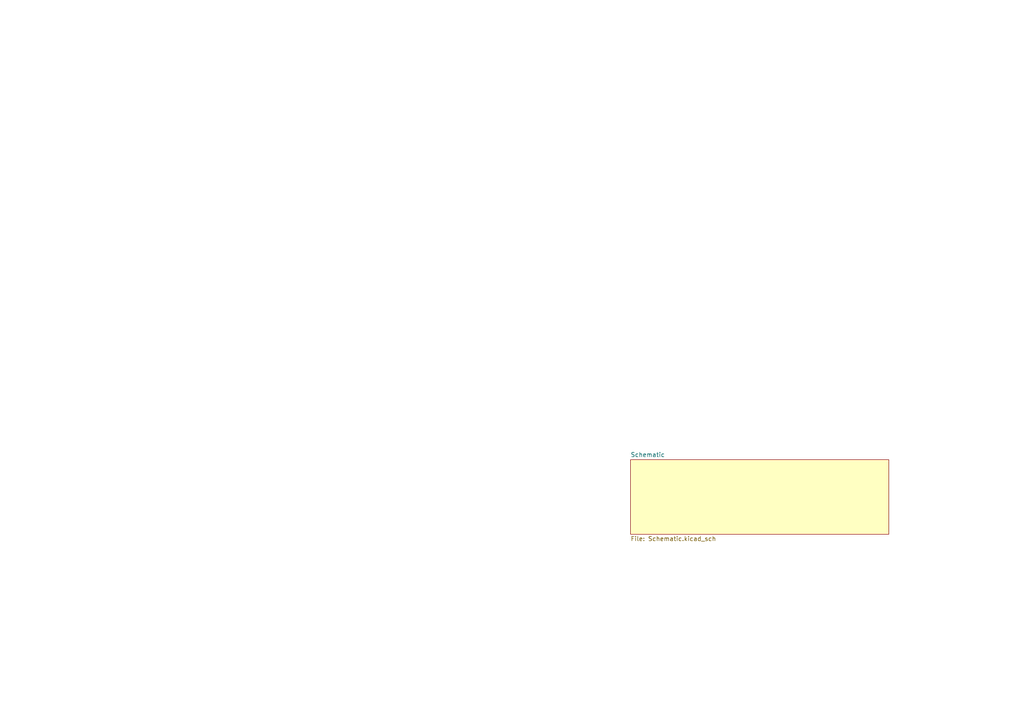
<source format=kicad_sch>
(kicad_sch
	(version 20250114)
	(generator "eeschema")
	(generator_version "9.0")
	(uuid "e30159e7-fecb-4b08-a9fd-8c0b6565f013")
	(paper "A4")
	(lib_symbols)
	(sheet
		(at 182.88 133.35)
		(size 74.93 21.59)
		(exclude_from_sim no)
		(in_bom yes)
		(on_board yes)
		(dnp no)
		(fields_autoplaced yes)
		(stroke
			(width 0.1524)
			(type solid)
		)
		(fill
			(color 255 255 194 1.0000)
		)
		(uuid "e382cca3-340a-4115-b733-1d21769b9a67")
		(property "Sheetname" "Schematic"
			(at 182.88 132.6384 0)
			(effects
				(font
					(size 1.27 1.27)
				)
				(justify left bottom)
			)
		)
		(property "Sheetfile" "Schematic.kicad_sch"
			(at 182.88 155.5246 0)
			(effects
				(font
					(size 1.27 1.27)
				)
				(justify left top)
			)
		)
		(instances
			(project "ADC7177M1"
				(path "/e30159e7-fecb-4b08-a9fd-8c0b6565f013"
					(page "2")
				)
			)
		)
	)
	(sheet_instances
		(path "/"
			(page "1")
		)
	)
	(embedded_fonts no)
)

</source>
